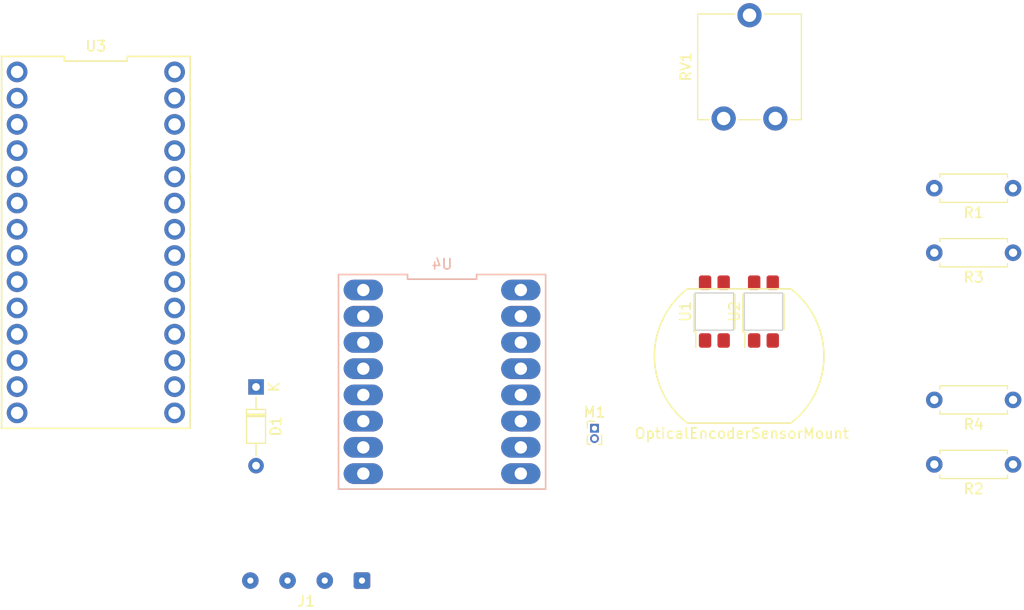
<source format=kicad_pcb>
(kicad_pcb (version 20171130) (host pcbnew 5.1.5+dfsg1-2build2)

  (general
    (thickness 1.6)
    (drawings 5)
    (tracks 0)
    (zones 0)
    (modules 12)
    (nets 18)
  )

  (page A4)
  (layers
    (0 F.Cu signal)
    (31 B.Cu signal)
    (32 B.Adhes user)
    (33 F.Adhes user)
    (34 B.Paste user)
    (35 F.Paste user)
    (36 B.SilkS user)
    (37 F.SilkS user)
    (38 B.Mask user)
    (39 F.Mask user)
    (40 Dwgs.User user)
    (41 Cmts.User user)
    (42 Eco1.User user)
    (43 Eco2.User user)
    (44 Edge.Cuts user)
    (45 Margin user)
    (46 B.CrtYd user)
    (47 F.CrtYd user)
    (48 B.Fab user)
    (49 F.Fab user)
  )

  (setup
    (last_trace_width 0.25)
    (trace_clearance 0.2)
    (zone_clearance 0.508)
    (zone_45_only no)
    (trace_min 0.2)
    (via_size 0.8)
    (via_drill 0.4)
    (via_min_size 0.4)
    (via_min_drill 0.3)
    (uvia_size 0.3)
    (uvia_drill 0.1)
    (uvias_allowed no)
    (uvia_min_size 0.2)
    (uvia_min_drill 0.1)
    (edge_width 0.2)
    (segment_width 0.2)
    (pcb_text_width 0.3)
    (pcb_text_size 1.5 1.5)
    (mod_edge_width 0.15)
    (mod_text_size 1 1)
    (mod_text_width 0.15)
    (pad_size 1.524 1.524)
    (pad_drill 0.762)
    (pad_to_mask_clearance 0.051)
    (solder_mask_min_width 0.25)
    (aux_axis_origin 0 0)
    (visible_elements FFFFFF7F)
    (pcbplotparams
      (layerselection 0x010f0_ffffffff)
      (usegerberextensions false)
      (usegerberattributes false)
      (usegerberadvancedattributes false)
      (creategerberjobfile false)
      (excludeedgelayer true)
      (linewidth 0.100000)
      (plotframeref false)
      (viasonmask false)
      (mode 1)
      (useauxorigin false)
      (hpglpennumber 1)
      (hpglpenspeed 20)
      (hpglpendiameter 15.000000)
      (psnegative false)
      (psa4output false)
      (plotreference true)
      (plotvalue true)
      (plotinvisibletext false)
      (padsonsilk false)
      (subtractmaskfromsilk false)
      (outputformat 1)
      (mirror false)
      (drillshape 0)
      (scaleselection 1)
      (outputdirectory ""))
  )

  (net 0 "")
  (net 1 +3V3)
  (net 2 GND)
  (net 3 +BATT)
  (net 4 "Net-(J1-Pad3)")
  (net 5 "Net-(D1-Pad1)")
  (net 6 "Net-(D1-Pad2)")
  (net 7 +3.3VP)
  (net 8 GNDPWR)
  (net 9 "Net-(M1-Pad2)")
  (net 10 "Net-(M1-Pad1)")
  (net 11 "Net-(R1-Pad2)")
  (net 12 "Net-(R2-Pad2)")
  (net 13 "Net-(R3-Pad2)")
  (net 14 "Net-(R4-Pad2)")
  (net 15 "Net-(RV1-Pad2)")
  (net 16 "Net-(U3-Pad24)")
  (net 17 "Net-(U3-Pad23)")

  (net_class Default "This is the default net class."
    (clearance 0.2)
    (trace_width 0.25)
    (via_dia 0.8)
    (via_drill 0.4)
    (uvia_dia 0.3)
    (uvia_drill 0.1)
    (add_net +3.3VP)
    (add_net +3V3)
    (add_net GND)
    (add_net "Net-(D1-Pad1)")
    (add_net "Net-(D1-Pad2)")
    (add_net "Net-(J1-Pad3)")
    (add_net "Net-(M1-Pad1)")
    (add_net "Net-(M1-Pad2)")
    (add_net "Net-(R1-Pad2)")
    (add_net "Net-(R2-Pad2)")
    (add_net "Net-(R3-Pad2)")
    (add_net "Net-(R4-Pad2)")
    (add_net "Net-(RV1-Pad2)")
    (add_net "Net-(U3-Pad1)")
    (add_net "Net-(U3-Pad10)")
    (add_net "Net-(U3-Pad11)")
    (add_net "Net-(U3-Pad12)")
    (add_net "Net-(U3-Pad13)")
    (add_net "Net-(U3-Pad14)")
    (add_net "Net-(U3-Pad17)")
    (add_net "Net-(U3-Pad18)")
    (add_net "Net-(U3-Pad19)")
    (add_net "Net-(U3-Pad20)")
    (add_net "Net-(U3-Pad21)")
    (add_net "Net-(U3-Pad22)")
    (add_net "Net-(U3-Pad23)")
    (add_net "Net-(U3-Pad24)")
    (add_net "Net-(U3-Pad25)")
    (add_net "Net-(U3-Pad26)")
    (add_net "Net-(U3-Pad3)")
    (add_net "Net-(U3-Pad4)")
    (add_net "Net-(U3-Pad8)")
    (add_net "Net-(U3-Pad9)")
    (add_net "Net-(U4-Pad8)")
    (add_net "Net-(U4-Pad9)")
  )

  (net_class Power ""
    (clearance 0.2)
    (trace_width 2)
    (via_dia 2)
    (via_drill 0.8)
    (uvia_dia 0.3)
    (uvia_drill 0.1)
    (add_net +BATT)
    (add_net GNDPWR)
  )

  (module Connector_Wire:SolderWire-0.1sqmm_1x04_P3.6mm_D0.4mm_OD1mm (layer F.Cu) (tedit 5EB70B42) (tstamp 60805E0C)
    (at 59.5 74 180)
    (descr "Soldered wire connection, for 4 times 0.1 mm² wires, basic insulation, conductor diameter 0.4mm, outer diameter 1mm, size source Multi-Contact FLEXI-E 0.1 (https://ec.staubli.com/AcroFiles/Catalogues/TM_Cab-Main-11014119_(en)_hi.pdf), bend radius 3 times outer diameter, generated with kicad-footprint-generator")
    (tags "connector wire 0.1sqmm")
    (path /5D6AAD2A)
    (attr virtual)
    (fp_text reference J1 (at 5.4 -2) (layer F.SilkS)
      (effects (font (size 1 1) (thickness 0.15)))
    )
    (fp_text value Conn_01x04 (at 5.4 2) (layer F.Fab)
      (effects (font (size 1 1) (thickness 0.15)))
    )
    (fp_text user %R (at 5.4 0 90) (layer F.Fab)
      (effects (font (size 0.65 0.65) (thickness 0.1)))
    )
    (fp_line (start 12.1 -1.3) (end 9.5 -1.3) (layer F.CrtYd) (width 0.05))
    (fp_line (start 12.1 1.3) (end 12.1 -1.3) (layer F.CrtYd) (width 0.05))
    (fp_line (start 9.5 1.3) (end 12.1 1.3) (layer F.CrtYd) (width 0.05))
    (fp_line (start 9.5 -1.3) (end 9.5 1.3) (layer F.CrtYd) (width 0.05))
    (fp_line (start 8.5 -1.3) (end 5.9 -1.3) (layer F.CrtYd) (width 0.05))
    (fp_line (start 8.5 1.3) (end 8.5 -1.3) (layer F.CrtYd) (width 0.05))
    (fp_line (start 5.9 1.3) (end 8.5 1.3) (layer F.CrtYd) (width 0.05))
    (fp_line (start 5.9 -1.3) (end 5.9 1.3) (layer F.CrtYd) (width 0.05))
    (fp_line (start 4.9 -1.3) (end 2.3 -1.3) (layer F.CrtYd) (width 0.05))
    (fp_line (start 4.9 1.3) (end 4.9 -1.3) (layer F.CrtYd) (width 0.05))
    (fp_line (start 2.3 1.3) (end 4.9 1.3) (layer F.CrtYd) (width 0.05))
    (fp_line (start 2.3 -1.3) (end 2.3 1.3) (layer F.CrtYd) (width 0.05))
    (fp_line (start 1.3 -1.3) (end -1.3 -1.3) (layer F.CrtYd) (width 0.05))
    (fp_line (start 1.3 1.3) (end 1.3 -1.3) (layer F.CrtYd) (width 0.05))
    (fp_line (start -1.3 1.3) (end 1.3 1.3) (layer F.CrtYd) (width 0.05))
    (fp_line (start -1.3 -1.3) (end -1.3 1.3) (layer F.CrtYd) (width 0.05))
    (fp_circle (center 10.8 0) (end 11.3 0) (layer F.Fab) (width 0.1))
    (fp_circle (center 7.2 0) (end 7.7 0) (layer F.Fab) (width 0.1))
    (fp_circle (center 3.6 0) (end 4.1 0) (layer F.Fab) (width 0.1))
    (fp_circle (center 0 0) (end 0.5 0) (layer F.Fab) (width 0.1))
    (pad 4 thru_hole circle (at 10.8 0 180) (size 1.6 1.6) (drill 0.6) (layers *.Cu *.Mask)
      (net 6 "Net-(D1-Pad2)"))
    (pad 3 thru_hole circle (at 7.2 0 180) (size 1.6 1.6) (drill 0.6) (layers *.Cu *.Mask)
      (net 4 "Net-(J1-Pad3)"))
    (pad 2 thru_hole circle (at 3.6 0 180) (size 1.6 1.6) (drill 0.6) (layers *.Cu *.Mask)
      (net 8 GNDPWR))
    (pad 1 thru_hole roundrect (at 0 0 180) (size 1.6 1.6) (drill 0.6) (layers *.Cu *.Mask) (roundrect_rratio 0.15625)
      (net 3 +BATT))
    (model ${KISYS3DMOD}/Connector_Wire.3dshapes/SolderWire-0.1sqmm_1x04_P3.6mm_D0.4mm_OD1mm.wrl
      (at (xyz 0 0 0))
      (scale (xyz 1 1 1))
      (rotate (xyz 0 0 0))
    )
  )

  (module Package_DIP:DIP-16_600_ELL (layer B.Cu) (tedit 0) (tstamp 5D6F7094)
    (at 67.25 54.75 270)
    (path /5D66A310)
    (fp_text reference U4 (at -11.39 0 180) (layer B.SilkS)
      (effects (font (size 1 1) (thickness 0.15)) (justify mirror))
    )
    (fp_text value TB6612FNG (at 0 0 270) (layer B.Fab)
      (effects (font (size 1 1) (thickness 0.15)) (justify mirror))
    )
    (fp_line (start -10.55 -10.15) (end -10.55 10.15) (layer B.CrtYd) (width 0.05))
    (fp_line (start 10.55 -10.15) (end -10.55 -10.15) (layer B.CrtYd) (width 0.05))
    (fp_line (start 10.55 10.15) (end 10.55 -10.15) (layer B.CrtYd) (width 0.05))
    (fp_line (start -10.55 10.15) (end 10.55 10.15) (layer B.CrtYd) (width 0.05))
    (fp_line (start -10.39 -3.339999) (end -10.39 -10.02) (layer B.SilkS) (width 0.15))
    (fp_line (start -9.94 -3.339999) (end -10.39 -3.339999) (layer B.SilkS) (width 0.15))
    (fp_line (start -9.94 3.34) (end -9.94 -3.339999) (layer B.SilkS) (width 0.15))
    (fp_line (start -10.39 3.34) (end -9.94 3.34) (layer B.SilkS) (width 0.15))
    (fp_line (start -10.39 10.02) (end -10.39 3.34) (layer B.SilkS) (width 0.15))
    (fp_line (start 10.39 10.02) (end -10.39 10.02) (layer B.SilkS) (width 0.15))
    (fp_line (start 10.39 -10.02) (end 10.39 10.02) (layer B.SilkS) (width 0.15))
    (fp_line (start -10.39 -10.02) (end 10.39 -10.02) (layer B.SilkS) (width 0.15))
    (pad 8 thru_hole oval (at 8.89 -7.62 270) (size 2 3.8) (drill 1.2) (layers *.Cu *.Mask))
    (pad 9 thru_hole oval (at 8.89 7.62 270) (size 2 3.8) (drill 1.2) (layers *.Cu *.Mask))
    (pad 7 thru_hole oval (at 6.35 -7.62 270) (size 2 3.8) (drill 1.2) (layers *.Cu *.Mask)
      (net 9 "Net-(M1-Pad2)"))
    (pad 10 thru_hole oval (at 6.35 7.62 270) (size 2 3.8) (drill 1.2) (layers *.Cu *.Mask)
      (net 7 +3.3VP))
    (pad 6 thru_hole oval (at 3.81 -7.62 270) (size 2 3.8) (drill 1.2) (layers *.Cu *.Mask)
      (net 10 "Net-(M1-Pad1)"))
    (pad 11 thru_hole oval (at 3.81 7.62 270) (size 2 3.8) (drill 1.2) (layers *.Cu *.Mask)
      (net 16 "Net-(U3-Pad24)"))
    (pad 5 thru_hole oval (at 1.27 -7.62 270) (size 2 3.8) (drill 1.2) (layers *.Cu *.Mask)
      (net 10 "Net-(M1-Pad1)"))
    (pad 12 thru_hole oval (at 1.27 7.62 270) (size 2 3.8) (drill 1.2) (layers *.Cu *.Mask)
      (net 17 "Net-(U3-Pad23)"))
    (pad 4 thru_hole oval (at -1.27 -7.62 270) (size 2 3.8) (drill 1.2) (layers *.Cu *.Mask)
      (net 9 "Net-(M1-Pad2)"))
    (pad 13 thru_hole oval (at -1.27 7.62 270) (size 2 3.8) (drill 1.2) (layers *.Cu *.Mask)
      (net 7 +3.3VP))
    (pad 3 thru_hole oval (at -3.81 -7.62 270) (size 2 3.8) (drill 1.2) (layers *.Cu *.Mask)
      (net 8 GNDPWR))
    (pad 14 thru_hole oval (at -3.81 7.62 270) (size 2 3.8) (drill 1.2) (layers *.Cu *.Mask)
      (net 17 "Net-(U3-Pad23)"))
    (pad 2 thru_hole oval (at -6.35 -7.62 270) (size 2 3.8) (drill 1.2) (layers *.Cu *.Mask)
      (net 7 +3.3VP))
    (pad 15 thru_hole oval (at -6.35 7.62 270) (size 2 3.8) (drill 1.2) (layers *.Cu *.Mask)
      (net 16 "Net-(U3-Pad24)"))
    (pad 1 thru_hole oval (at -8.89 -7.62 270) (size 2 3.8) (drill 1.2) (layers *.Cu *.Mask)
      (net 3 +BATT))
    (pad 16 thru_hole oval (at -8.89 7.62 270) (size 2 3.8) (drill 1.2) (layers *.Cu *.Mask)
      (net 7 +3.3VP))
  )

  (module Diode_THT:D_DO-34_SOD68_P7.62mm_Horizontal (layer F.Cu) (tedit 5AE50CD5) (tstamp 5D71020B)
    (at 49.25 55.25 270)
    (descr "Diode, DO-34_SOD68 series, Axial, Horizontal, pin pitch=7.62mm, , length*diameter=3.04*1.6mm^2, , https://www.nxp.com/docs/en/data-sheet/KTY83_SER.pdf")
    (tags "Diode DO-34_SOD68 series Axial Horizontal pin pitch 7.62mm  length 3.04mm diameter 1.6mm")
    (path /5D66F4E1)
    (fp_text reference D1 (at 3.81 -1.92 90) (layer F.SilkS)
      (effects (font (size 1 1) (thickness 0.15)))
    )
    (fp_text value 1N4001 (at 3.81 1.92 90) (layer F.Fab)
      (effects (font (size 1 1) (thickness 0.15)))
    )
    (fp_text user K (at 0 -1.75 90) (layer F.SilkS)
      (effects (font (size 1 1) (thickness 0.15)))
    )
    (fp_text user K (at 0 -1.75 90) (layer F.Fab)
      (effects (font (size 1 1) (thickness 0.15)))
    )
    (fp_text user %R (at 4.038 0 90) (layer F.Fab)
      (effects (font (size 0.608 0.608) (thickness 0.0912)))
    )
    (fp_line (start 8.63 -1.05) (end -1 -1.05) (layer F.CrtYd) (width 0.05))
    (fp_line (start 8.63 1.05) (end 8.63 -1.05) (layer F.CrtYd) (width 0.05))
    (fp_line (start -1 1.05) (end 8.63 1.05) (layer F.CrtYd) (width 0.05))
    (fp_line (start -1 -1.05) (end -1 1.05) (layer F.CrtYd) (width 0.05))
    (fp_line (start 2.626 -0.92) (end 2.626 0.92) (layer F.SilkS) (width 0.12))
    (fp_line (start 2.866 -0.92) (end 2.866 0.92) (layer F.SilkS) (width 0.12))
    (fp_line (start 2.746 -0.92) (end 2.746 0.92) (layer F.SilkS) (width 0.12))
    (fp_line (start 6.63 0) (end 5.45 0) (layer F.SilkS) (width 0.12))
    (fp_line (start 0.99 0) (end 2.17 0) (layer F.SilkS) (width 0.12))
    (fp_line (start 5.45 -0.92) (end 2.17 -0.92) (layer F.SilkS) (width 0.12))
    (fp_line (start 5.45 0.92) (end 5.45 -0.92) (layer F.SilkS) (width 0.12))
    (fp_line (start 2.17 0.92) (end 5.45 0.92) (layer F.SilkS) (width 0.12))
    (fp_line (start 2.17 -0.92) (end 2.17 0.92) (layer F.SilkS) (width 0.12))
    (fp_line (start 2.646 -0.8) (end 2.646 0.8) (layer F.Fab) (width 0.1))
    (fp_line (start 2.846 -0.8) (end 2.846 0.8) (layer F.Fab) (width 0.1))
    (fp_line (start 2.746 -0.8) (end 2.746 0.8) (layer F.Fab) (width 0.1))
    (fp_line (start 7.62 0) (end 5.33 0) (layer F.Fab) (width 0.1))
    (fp_line (start 0 0) (end 2.29 0) (layer F.Fab) (width 0.1))
    (fp_line (start 5.33 -0.8) (end 2.29 -0.8) (layer F.Fab) (width 0.1))
    (fp_line (start 5.33 0.8) (end 5.33 -0.8) (layer F.Fab) (width 0.1))
    (fp_line (start 2.29 0.8) (end 5.33 0.8) (layer F.Fab) (width 0.1))
    (fp_line (start 2.29 -0.8) (end 2.29 0.8) (layer F.Fab) (width 0.1))
    (pad 2 thru_hole oval (at 7.62 0 270) (size 1.5 1.5) (drill 0.75) (layers *.Cu *.Mask)
      (net 6 "Net-(D1-Pad2)"))
    (pad 1 thru_hole rect (at 0 0 270) (size 1.5 1.5) (drill 0.75) (layers *.Cu *.Mask)
      (net 5 "Net-(D1-Pad1)"))
    (model ${KISYS3DMOD}/Diode_THT.3dshapes/D_DO-34_SOD68_P7.62mm_Horizontal.wrl
      (at (xyz 0 0 0))
      (scale (xyz 1 1 1))
      (rotate (xyz 0 0 0))
    )
  )

  (module OptoDevice:Everlight_ITR8307 (layer F.Cu) (tedit 5B870839) (tstamp 60804084)
    (at 98.35 47.95)
    (descr "package for Everlight ITR8307 with PCB cutout, light-direction upwards, see http://www.everlight.com/file/ProductFile/ITR8307.pdf")
    (tags "refective opto couple photo coupler")
    (path /5EEF93BB)
    (attr smd)
    (fp_text reference U2 (at -2.8 0 90) (layer F.SilkS)
      (effects (font (size 1 1) (thickness 0.15)))
    )
    (fp_text value ITR8307 (at 0 4.8) (layer F.Fab)
      (effects (font (size 1 1) (thickness 0.15)))
    )
    (fp_line (start 2.1 3.75) (end -2.1 3.75) (layer F.CrtYd) (width 0.05))
    (fp_line (start 2.1 3.75) (end 2.1 -3.75) (layer F.CrtYd) (width 0.05))
    (fp_line (start -2.1 -3.75) (end -2.1 3.75) (layer F.CrtYd) (width 0.05))
    (fp_line (start -2.1 -3.75) (end 2.1 -3.75) (layer F.CrtYd) (width 0.05))
    (fp_line (start 1.6 -1.3) (end 1.6 1.3) (layer F.Fab) (width 0.1))
    (fp_line (start 1.6 1.3) (end -1.6 1.3) (layer F.Fab) (width 0.1))
    (fp_line (start -1.6 1.3) (end -1.6 -0.8) (layer F.Fab) (width 0.1))
    (fp_line (start -1.1 -1.3) (end 1.6 -1.3) (layer F.Fab) (width 0.1))
    (fp_line (start -1.6 -0.8) (end -1.1 -1.3) (layer F.Fab) (width 0.1))
    (fp_line (start 0.5 1.3) (end 0.5 3.4) (layer F.Fab) (width 0.1))
    (fp_line (start 0.5 3.4) (end 1.3 3.4) (layer F.Fab) (width 0.1))
    (fp_line (start 1.3 3.4) (end 1.3 1.3) (layer F.Fab) (width 0.1))
    (fp_line (start -0.5 1.3) (end -0.5 3.4) (layer F.Fab) (width 0.1))
    (fp_line (start -0.5 3.4) (end -1.3 3.4) (layer F.Fab) (width 0.1))
    (fp_line (start -1.3 3.4) (end -1.3 1.3) (layer F.Fab) (width 0.1))
    (fp_line (start -1.3 -3.3) (end -1.3 -1.1) (layer F.Fab) (width 0.1))
    (fp_line (start -1.3 -3.3) (end -0.5 -3.3) (layer F.Fab) (width 0.1))
    (fp_line (start -0.5 -3.3) (end -0.5 -1.3) (layer F.Fab) (width 0.1))
    (fp_line (start 0.5 -1.3) (end 0.5 -3.3) (layer F.Fab) (width 0.1))
    (fp_line (start 0.5 -3.3) (end 1.3 -3.3) (layer F.Fab) (width 0.1))
    (fp_line (start 1.3 -3.3) (end 1.3 -1.3) (layer F.Fab) (width 0.1))
    (fp_line (start -1.85 1.8) (end -1.85 -1.8) (layer Edge.Cuts) (width 0.12))
    (fp_line (start -1.85 -1.8) (end 1.85 -1.8) (layer Edge.Cuts) (width 0.12))
    (fp_line (start 1.85 -1.8) (end 1.85 1.8) (layer Edge.Cuts) (width 0.12))
    (fp_line (start 1.85 1.8) (end -1.85 1.8) (layer Edge.Cuts) (width 0.12))
    (fp_line (start -2 1.95) (end -2 -1.7) (layer F.SilkS) (width 0.12))
    (fp_line (start -2 1.95) (end -1.8 1.95) (layer F.SilkS) (width 0.12))
    (fp_line (start -1.8 3.5) (end -1.8 1.95) (layer F.SilkS) (width 0.12))
    (fp_line (start 2 1.7) (end 2 -1.7) (layer F.SilkS) (width 0.12))
    (fp_text user %R (at 0 0.2) (layer F.Fab)
      (effects (font (size 0.75 0.75) (thickness 0.15)))
    )
    (pad 4 smd roundrect (at 0.9 -2.8) (size 1.2 1.4) (layers F.Cu F.Paste F.Mask) (roundrect_rratio 0.2)
      (net 2 GND))
    (pad 2 smd roundrect (at -0.9 -2.8) (size 1.2 1.4) (layers F.Cu F.Paste F.Mask) (roundrect_rratio 0.2)
      (net 13 "Net-(R3-Pad2)"))
    (pad 1 smd roundrect (at -0.9 2.8) (size 1.2 1.4) (layers F.Cu F.Paste F.Mask) (roundrect_rratio 0.2)
      (net 2 GND))
    (pad 3 smd roundrect (at 0.9 2.8) (size 1.2 1.4) (layers F.Cu F.Paste F.Mask) (roundrect_rratio 0.2)
      (net 14 "Net-(R4-Pad2)"))
    (model ${KISYS3DMOD}/OptoDevice.3dshapes/Everlight_ITR8307.wrl
      (at (xyz 0 0 0))
      (scale (xyz 1 1 1))
      (rotate (xyz 0 0 0))
    )
  )

  (module OptoDevice:Everlight_ITR8307 (layer F.Cu) (tedit 5B870839) (tstamp 6080405E)
    (at 93.6 47.95)
    (descr "package for Everlight ITR8307 with PCB cutout, light-direction upwards, see http://www.everlight.com/file/ProductFile/ITR8307.pdf")
    (tags "refective opto couple photo coupler")
    (path /5EEF8A34)
    (attr smd)
    (fp_text reference U1 (at -2.8 0 90) (layer F.SilkS)
      (effects (font (size 1 1) (thickness 0.15)))
    )
    (fp_text value ITR8307 (at 0 4.8) (layer F.Fab)
      (effects (font (size 1 1) (thickness 0.15)))
    )
    (fp_line (start 2.1 3.75) (end -2.1 3.75) (layer F.CrtYd) (width 0.05))
    (fp_line (start 2.1 3.75) (end 2.1 -3.75) (layer F.CrtYd) (width 0.05))
    (fp_line (start -2.1 -3.75) (end -2.1 3.75) (layer F.CrtYd) (width 0.05))
    (fp_line (start -2.1 -3.75) (end 2.1 -3.75) (layer F.CrtYd) (width 0.05))
    (fp_line (start 1.6 -1.3) (end 1.6 1.3) (layer F.Fab) (width 0.1))
    (fp_line (start 1.6 1.3) (end -1.6 1.3) (layer F.Fab) (width 0.1))
    (fp_line (start -1.6 1.3) (end -1.6 -0.8) (layer F.Fab) (width 0.1))
    (fp_line (start -1.1 -1.3) (end 1.6 -1.3) (layer F.Fab) (width 0.1))
    (fp_line (start -1.6 -0.8) (end -1.1 -1.3) (layer F.Fab) (width 0.1))
    (fp_line (start 0.5 1.3) (end 0.5 3.4) (layer F.Fab) (width 0.1))
    (fp_line (start 0.5 3.4) (end 1.3 3.4) (layer F.Fab) (width 0.1))
    (fp_line (start 1.3 3.4) (end 1.3 1.3) (layer F.Fab) (width 0.1))
    (fp_line (start -0.5 1.3) (end -0.5 3.4) (layer F.Fab) (width 0.1))
    (fp_line (start -0.5 3.4) (end -1.3 3.4) (layer F.Fab) (width 0.1))
    (fp_line (start -1.3 3.4) (end -1.3 1.3) (layer F.Fab) (width 0.1))
    (fp_line (start -1.3 -3.3) (end -1.3 -1.1) (layer F.Fab) (width 0.1))
    (fp_line (start -1.3 -3.3) (end -0.5 -3.3) (layer F.Fab) (width 0.1))
    (fp_line (start -0.5 -3.3) (end -0.5 -1.3) (layer F.Fab) (width 0.1))
    (fp_line (start 0.5 -1.3) (end 0.5 -3.3) (layer F.Fab) (width 0.1))
    (fp_line (start 0.5 -3.3) (end 1.3 -3.3) (layer F.Fab) (width 0.1))
    (fp_line (start 1.3 -3.3) (end 1.3 -1.3) (layer F.Fab) (width 0.1))
    (fp_line (start -1.85 1.8) (end -1.85 -1.8) (layer Edge.Cuts) (width 0.12))
    (fp_line (start -1.85 -1.8) (end 1.85 -1.8) (layer Edge.Cuts) (width 0.12))
    (fp_line (start 1.85 -1.8) (end 1.85 1.8) (layer Edge.Cuts) (width 0.12))
    (fp_line (start 1.85 1.8) (end -1.85 1.8) (layer Edge.Cuts) (width 0.12))
    (fp_line (start -2 1.95) (end -2 -1.7) (layer F.SilkS) (width 0.12))
    (fp_line (start -2 1.95) (end -1.8 1.95) (layer F.SilkS) (width 0.12))
    (fp_line (start -1.8 3.5) (end -1.8 1.95) (layer F.SilkS) (width 0.12))
    (fp_line (start 2 1.7) (end 2 -1.7) (layer F.SilkS) (width 0.12))
    (fp_text user %R (at 0 0.2) (layer F.Fab)
      (effects (font (size 0.75 0.75) (thickness 0.15)))
    )
    (pad 4 smd roundrect (at 0.9 -2.8) (size 1.2 1.4) (layers F.Cu F.Paste F.Mask) (roundrect_rratio 0.2)
      (net 2 GND))
    (pad 2 smd roundrect (at -0.9 -2.8) (size 1.2 1.4) (layers F.Cu F.Paste F.Mask) (roundrect_rratio 0.2)
      (net 11 "Net-(R1-Pad2)"))
    (pad 1 smd roundrect (at -0.9 2.8) (size 1.2 1.4) (layers F.Cu F.Paste F.Mask) (roundrect_rratio 0.2)
      (net 2 GND))
    (pad 3 smd roundrect (at 0.9 2.8) (size 1.2 1.4) (layers F.Cu F.Paste F.Mask) (roundrect_rratio 0.2)
      (net 12 "Net-(R2-Pad2)"))
    (model ${KISYS3DMOD}/OptoDevice.3dshapes/Everlight_ITR8307.wrl
      (at (xyz 0 0 0))
      (scale (xyz 1 1 1))
      (rotate (xyz 0 0 0))
    )
  )

  (module Potentiometer_THT:Potentiometer_ACP_CA9-V10_Vertical (layer F.Cu) (tedit 5A3D4994) (tstamp 60804038)
    (at 99.5 29.25 90)
    (descr "Potentiometer, vertical, ACP CA9-V10, http://www.acptechnologies.com/wp-content/uploads/2017/05/02-ACP-CA9-CE9.pdf")
    (tags "Potentiometer vertical ACP CA9-V10")
    (path /60A109E5)
    (fp_text reference RV1 (at 5 -8.65 90) (layer F.SilkS)
      (effects (font (size 1 1) (thickness 0.15)))
    )
    (fp_text value R_Potentiometer (at 5 3.65 90) (layer F.Fab)
      (effects (font (size 1 1) (thickness 0.15)))
    )
    (fp_text user %R (at 1 -2.5) (layer F.Fab)
      (effects (font (size 1 1) (thickness 0.15)))
    )
    (fp_line (start 11.45 -7.65) (end -1.45 -7.65) (layer F.CrtYd) (width 0.05))
    (fp_line (start 11.45 2.7) (end 11.45 -7.65) (layer F.CrtYd) (width 0.05))
    (fp_line (start -1.45 2.7) (end 11.45 2.7) (layer F.CrtYd) (width 0.05))
    (fp_line (start -1.45 -7.65) (end -1.45 2.7) (layer F.CrtYd) (width 0.05))
    (fp_line (start 10.12 -1.075) (end 10.12 2.52) (layer F.SilkS) (width 0.12))
    (fp_line (start 10.12 -7.521) (end 10.12 -3.925) (layer F.SilkS) (width 0.12))
    (fp_line (start -0.12 1.425) (end -0.12 2.52) (layer F.SilkS) (width 0.12))
    (fp_line (start -0.12 -3.574) (end -0.12 -1.425) (layer F.SilkS) (width 0.12))
    (fp_line (start -0.12 -7.521) (end -0.12 -6.426) (layer F.SilkS) (width 0.12))
    (fp_line (start -0.12 2.52) (end 10.12 2.52) (layer F.SilkS) (width 0.12))
    (fp_line (start -0.12 -7.521) (end 10.12 -7.521) (layer F.SilkS) (width 0.12))
    (fp_line (start 10 -7.4) (end 0 -7.4) (layer F.Fab) (width 0.1))
    (fp_line (start 10 2.4) (end 10 -7.4) (layer F.Fab) (width 0.1))
    (fp_line (start 0 2.4) (end 10 2.4) (layer F.Fab) (width 0.1))
    (fp_line (start 0 -7.4) (end 0 2.4) (layer F.Fab) (width 0.1))
    (fp_circle (center 5 -2.5) (end 6.05 -2.5) (layer F.Fab) (width 0.1))
    (pad 1 thru_hole circle (at 0 0 90) (size 2.34 2.34) (drill 1.3) (layers *.Cu *.Mask)
      (net 1 +3V3))
    (pad 2 thru_hole circle (at 10 -2.5 90) (size 2.34 2.34) (drill 1.3) (layers *.Cu *.Mask)
      (net 15 "Net-(RV1-Pad2)"))
    (pad 3 thru_hole circle (at 0 -5 90) (size 2.34 2.34) (drill 1.3) (layers *.Cu *.Mask)
      (net 2 GND))
    (model ${KISYS3DMOD}/Potentiometer_THT.3dshapes/Potentiometer_ACP_CA9-V10_Vertical.wrl
      (at (xyz 0 0 0))
      (scale (xyz 1 1 1))
      (rotate (xyz 0 0 0))
    )
  )

  (module Resistor_THT:R_Axial_DIN0207_L6.3mm_D2.5mm_P7.62mm_Horizontal (layer F.Cu) (tedit 5AE5139B) (tstamp 608044B8)
    (at 122.5 56.5 180)
    (descr "Resistor, Axial_DIN0207 series, Axial, Horizontal, pin pitch=7.62mm, 0.25W = 1/4W, length*diameter=6.3*2.5mm^2, http://cdn-reichelt.de/documents/datenblatt/B400/1_4W%23YAG.pdf")
    (tags "Resistor Axial_DIN0207 series Axial Horizontal pin pitch 7.62mm 0.25W = 1/4W length 6.3mm diameter 2.5mm")
    (path /5EF000F1)
    (fp_text reference R4 (at 3.81 -2.37) (layer F.SilkS)
      (effects (font (size 1 1) (thickness 0.15)))
    )
    (fp_text value 6.8K (at 3.81 2.37) (layer F.Fab)
      (effects (font (size 1 1) (thickness 0.15)))
    )
    (fp_text user %R (at 3.81 0) (layer F.Fab)
      (effects (font (size 1 1) (thickness 0.15)))
    )
    (fp_line (start 8.67 -1.5) (end -1.05 -1.5) (layer F.CrtYd) (width 0.05))
    (fp_line (start 8.67 1.5) (end 8.67 -1.5) (layer F.CrtYd) (width 0.05))
    (fp_line (start -1.05 1.5) (end 8.67 1.5) (layer F.CrtYd) (width 0.05))
    (fp_line (start -1.05 -1.5) (end -1.05 1.5) (layer F.CrtYd) (width 0.05))
    (fp_line (start 7.08 1.37) (end 7.08 1.04) (layer F.SilkS) (width 0.12))
    (fp_line (start 0.54 1.37) (end 7.08 1.37) (layer F.SilkS) (width 0.12))
    (fp_line (start 0.54 1.04) (end 0.54 1.37) (layer F.SilkS) (width 0.12))
    (fp_line (start 7.08 -1.37) (end 7.08 -1.04) (layer F.SilkS) (width 0.12))
    (fp_line (start 0.54 -1.37) (end 7.08 -1.37) (layer F.SilkS) (width 0.12))
    (fp_line (start 0.54 -1.04) (end 0.54 -1.37) (layer F.SilkS) (width 0.12))
    (fp_line (start 7.62 0) (end 6.96 0) (layer F.Fab) (width 0.1))
    (fp_line (start 0 0) (end 0.66 0) (layer F.Fab) (width 0.1))
    (fp_line (start 6.96 -1.25) (end 0.66 -1.25) (layer F.Fab) (width 0.1))
    (fp_line (start 6.96 1.25) (end 6.96 -1.25) (layer F.Fab) (width 0.1))
    (fp_line (start 0.66 1.25) (end 6.96 1.25) (layer F.Fab) (width 0.1))
    (fp_line (start 0.66 -1.25) (end 0.66 1.25) (layer F.Fab) (width 0.1))
    (pad 2 thru_hole oval (at 7.62 0 180) (size 1.6 1.6) (drill 0.8) (layers *.Cu *.Mask)
      (net 14 "Net-(R4-Pad2)"))
    (pad 1 thru_hole circle (at 0 0 180) (size 1.6 1.6) (drill 0.8) (layers *.Cu *.Mask)
      (net 1 +3V3))
    (model ${KISYS3DMOD}/Resistor_THT.3dshapes/R_Axial_DIN0207_L6.3mm_D2.5mm_P7.62mm_Horizontal.wrl
      (at (xyz 0 0 0))
      (scale (xyz 1 1 1))
      (rotate (xyz 0 0 0))
    )
  )

  (module Resistor_THT:R_Axial_DIN0207_L6.3mm_D2.5mm_P7.62mm_Horizontal (layer F.Cu) (tedit 5AE5139B) (tstamp 60804009)
    (at 122.5 42.25 180)
    (descr "Resistor, Axial_DIN0207 series, Axial, Horizontal, pin pitch=7.62mm, 0.25W = 1/4W, length*diameter=6.3*2.5mm^2, http://cdn-reichelt.de/documents/datenblatt/B400/1_4W%23YAG.pdf")
    (tags "Resistor Axial_DIN0207 series Axial Horizontal pin pitch 7.62mm 0.25W = 1/4W length 6.3mm diameter 2.5mm")
    (path /5EEFFEA8)
    (fp_text reference R3 (at 3.81 -2.37) (layer F.SilkS)
      (effects (font (size 1 1) (thickness 0.15)))
    )
    (fp_text value 120 (at 3.81 2.37) (layer F.Fab)
      (effects (font (size 1 1) (thickness 0.15)))
    )
    (fp_text user %R (at 3.81 0) (layer F.Fab)
      (effects (font (size 1 1) (thickness 0.15)))
    )
    (fp_line (start 8.67 -1.5) (end -1.05 -1.5) (layer F.CrtYd) (width 0.05))
    (fp_line (start 8.67 1.5) (end 8.67 -1.5) (layer F.CrtYd) (width 0.05))
    (fp_line (start -1.05 1.5) (end 8.67 1.5) (layer F.CrtYd) (width 0.05))
    (fp_line (start -1.05 -1.5) (end -1.05 1.5) (layer F.CrtYd) (width 0.05))
    (fp_line (start 7.08 1.37) (end 7.08 1.04) (layer F.SilkS) (width 0.12))
    (fp_line (start 0.54 1.37) (end 7.08 1.37) (layer F.SilkS) (width 0.12))
    (fp_line (start 0.54 1.04) (end 0.54 1.37) (layer F.SilkS) (width 0.12))
    (fp_line (start 7.08 -1.37) (end 7.08 -1.04) (layer F.SilkS) (width 0.12))
    (fp_line (start 0.54 -1.37) (end 7.08 -1.37) (layer F.SilkS) (width 0.12))
    (fp_line (start 0.54 -1.04) (end 0.54 -1.37) (layer F.SilkS) (width 0.12))
    (fp_line (start 7.62 0) (end 6.96 0) (layer F.Fab) (width 0.1))
    (fp_line (start 0 0) (end 0.66 0) (layer F.Fab) (width 0.1))
    (fp_line (start 6.96 -1.25) (end 0.66 -1.25) (layer F.Fab) (width 0.1))
    (fp_line (start 6.96 1.25) (end 6.96 -1.25) (layer F.Fab) (width 0.1))
    (fp_line (start 0.66 1.25) (end 6.96 1.25) (layer F.Fab) (width 0.1))
    (fp_line (start 0.66 -1.25) (end 0.66 1.25) (layer F.Fab) (width 0.1))
    (pad 2 thru_hole oval (at 7.62 0 180) (size 1.6 1.6) (drill 0.8) (layers *.Cu *.Mask)
      (net 13 "Net-(R3-Pad2)"))
    (pad 1 thru_hole circle (at 0 0 180) (size 1.6 1.6) (drill 0.8) (layers *.Cu *.Mask)
      (net 1 +3V3))
    (model ${KISYS3DMOD}/Resistor_THT.3dshapes/R_Axial_DIN0207_L6.3mm_D2.5mm_P7.62mm_Horizontal.wrl
      (at (xyz 0 0 0))
      (scale (xyz 1 1 1))
      (rotate (xyz 0 0 0))
    )
  )

  (module Resistor_THT:R_Axial_DIN0207_L6.3mm_D2.5mm_P7.62mm_Horizontal (layer F.Cu) (tedit 5AE5139B) (tstamp 60803FF2)
    (at 122.5 62.75 180)
    (descr "Resistor, Axial_DIN0207 series, Axial, Horizontal, pin pitch=7.62mm, 0.25W = 1/4W, length*diameter=6.3*2.5mm^2, http://cdn-reichelt.de/documents/datenblatt/B400/1_4W%23YAG.pdf")
    (tags "Resistor Axial_DIN0207 series Axial Horizontal pin pitch 7.62mm 0.25W = 1/4W length 6.3mm diameter 2.5mm")
    (path /5EEFF9B5)
    (fp_text reference R2 (at 3.81 -2.37) (layer F.SilkS)
      (effects (font (size 1 1) (thickness 0.15)))
    )
    (fp_text value 1.5K (at 3.81 2.37) (layer F.Fab)
      (effects (font (size 1 1) (thickness 0.15)))
    )
    (fp_text user %R (at 3.81 0) (layer F.Fab)
      (effects (font (size 1 1) (thickness 0.15)))
    )
    (fp_line (start 8.67 -1.5) (end -1.05 -1.5) (layer F.CrtYd) (width 0.05))
    (fp_line (start 8.67 1.5) (end 8.67 -1.5) (layer F.CrtYd) (width 0.05))
    (fp_line (start -1.05 1.5) (end 8.67 1.5) (layer F.CrtYd) (width 0.05))
    (fp_line (start -1.05 -1.5) (end -1.05 1.5) (layer F.CrtYd) (width 0.05))
    (fp_line (start 7.08 1.37) (end 7.08 1.04) (layer F.SilkS) (width 0.12))
    (fp_line (start 0.54 1.37) (end 7.08 1.37) (layer F.SilkS) (width 0.12))
    (fp_line (start 0.54 1.04) (end 0.54 1.37) (layer F.SilkS) (width 0.12))
    (fp_line (start 7.08 -1.37) (end 7.08 -1.04) (layer F.SilkS) (width 0.12))
    (fp_line (start 0.54 -1.37) (end 7.08 -1.37) (layer F.SilkS) (width 0.12))
    (fp_line (start 0.54 -1.04) (end 0.54 -1.37) (layer F.SilkS) (width 0.12))
    (fp_line (start 7.62 0) (end 6.96 0) (layer F.Fab) (width 0.1))
    (fp_line (start 0 0) (end 0.66 0) (layer F.Fab) (width 0.1))
    (fp_line (start 6.96 -1.25) (end 0.66 -1.25) (layer F.Fab) (width 0.1))
    (fp_line (start 6.96 1.25) (end 6.96 -1.25) (layer F.Fab) (width 0.1))
    (fp_line (start 0.66 1.25) (end 6.96 1.25) (layer F.Fab) (width 0.1))
    (fp_line (start 0.66 -1.25) (end 0.66 1.25) (layer F.Fab) (width 0.1))
    (pad 2 thru_hole oval (at 7.62 0 180) (size 1.6 1.6) (drill 0.8) (layers *.Cu *.Mask)
      (net 12 "Net-(R2-Pad2)"))
    (pad 1 thru_hole circle (at 0 0 180) (size 1.6 1.6) (drill 0.8) (layers *.Cu *.Mask)
      (net 1 +3V3))
    (model ${KISYS3DMOD}/Resistor_THT.3dshapes/R_Axial_DIN0207_L6.3mm_D2.5mm_P7.62mm_Horizontal.wrl
      (at (xyz 0 0 0))
      (scale (xyz 1 1 1))
      (rotate (xyz 0 0 0))
    )
  )

  (module Resistor_THT:R_Axial_DIN0207_L6.3mm_D2.5mm_P7.62mm_Horizontal (layer F.Cu) (tedit 5AE5139B) (tstamp 60804740)
    (at 122.5 36 180)
    (descr "Resistor, Axial_DIN0207 series, Axial, Horizontal, pin pitch=7.62mm, 0.25W = 1/4W, length*diameter=6.3*2.5mm^2, http://cdn-reichelt.de/documents/datenblatt/B400/1_4W%23YAG.pdf")
    (tags "Resistor Axial_DIN0207 series Axial Horizontal pin pitch 7.62mm 0.25W = 1/4W length 6.3mm diameter 2.5mm")
    (path /5EEFDC57)
    (fp_text reference R1 (at 3.81 -2.37) (layer F.SilkS)
      (effects (font (size 1 1) (thickness 0.15)))
    )
    (fp_text value 120 (at 3.81 2.37) (layer F.Fab)
      (effects (font (size 1 1) (thickness 0.15)))
    )
    (fp_text user %R (at 3.81 0) (layer F.Fab)
      (effects (font (size 1 1) (thickness 0.15)))
    )
    (fp_line (start 8.67 -1.5) (end -1.05 -1.5) (layer F.CrtYd) (width 0.05))
    (fp_line (start 8.67 1.5) (end 8.67 -1.5) (layer F.CrtYd) (width 0.05))
    (fp_line (start -1.05 1.5) (end 8.67 1.5) (layer F.CrtYd) (width 0.05))
    (fp_line (start -1.05 -1.5) (end -1.05 1.5) (layer F.CrtYd) (width 0.05))
    (fp_line (start 7.08 1.37) (end 7.08 1.04) (layer F.SilkS) (width 0.12))
    (fp_line (start 0.54 1.37) (end 7.08 1.37) (layer F.SilkS) (width 0.12))
    (fp_line (start 0.54 1.04) (end 0.54 1.37) (layer F.SilkS) (width 0.12))
    (fp_line (start 7.08 -1.37) (end 7.08 -1.04) (layer F.SilkS) (width 0.12))
    (fp_line (start 0.54 -1.37) (end 7.08 -1.37) (layer F.SilkS) (width 0.12))
    (fp_line (start 0.54 -1.04) (end 0.54 -1.37) (layer F.SilkS) (width 0.12))
    (fp_line (start 7.62 0) (end 6.96 0) (layer F.Fab) (width 0.1))
    (fp_line (start 0 0) (end 0.66 0) (layer F.Fab) (width 0.1))
    (fp_line (start 6.96 -1.25) (end 0.66 -1.25) (layer F.Fab) (width 0.1))
    (fp_line (start 6.96 1.25) (end 6.96 -1.25) (layer F.Fab) (width 0.1))
    (fp_line (start 0.66 1.25) (end 6.96 1.25) (layer F.Fab) (width 0.1))
    (fp_line (start 0.66 -1.25) (end 0.66 1.25) (layer F.Fab) (width 0.1))
    (pad 2 thru_hole oval (at 7.62 0 180) (size 1.6 1.6) (drill 0.8) (layers *.Cu *.Mask)
      (net 11 "Net-(R1-Pad2)"))
    (pad 1 thru_hole circle (at 0 0 180) (size 1.6 1.6) (drill 0.8) (layers *.Cu *.Mask)
      (net 1 +3V3))
    (model ${KISYS3DMOD}/Resistor_THT.3dshapes/R_Axial_DIN0207_L6.3mm_D2.5mm_P7.62mm_Horizontal.wrl
      (at (xyz 0 0 0))
      (scale (xyz 1 1 1))
      (rotate (xyz 0 0 0))
    )
  )

  (module Connector_PinHeader_1.00mm:PinHeader_1x02_P1.00mm_Vertical (layer F.Cu) (tedit 59FED738) (tstamp 60804338)
    (at 82 59.25)
    (descr "Through hole straight pin header, 1x02, 1.00mm pitch, single row")
    (tags "Through hole pin header THT 1x02 1.00mm single row")
    (path /608D6566)
    (fp_text reference M1 (at 0 -1.56) (layer F.SilkS)
      (effects (font (size 1 1) (thickness 0.15)))
    )
    (fp_text value Motor_DC (at 0 2.56) (layer F.Fab)
      (effects (font (size 1 1) (thickness 0.15)))
    )
    (fp_text user %R (at 0 0.5 90) (layer F.Fab)
      (effects (font (size 0.76 0.76) (thickness 0.114)))
    )
    (fp_line (start 1.15 -1) (end -1.15 -1) (layer F.CrtYd) (width 0.05))
    (fp_line (start 1.15 2) (end 1.15 -1) (layer F.CrtYd) (width 0.05))
    (fp_line (start -1.15 2) (end 1.15 2) (layer F.CrtYd) (width 0.05))
    (fp_line (start -1.15 -1) (end -1.15 2) (layer F.CrtYd) (width 0.05))
    (fp_line (start -0.695 -0.685) (end 0 -0.685) (layer F.SilkS) (width 0.12))
    (fp_line (start -0.695 0) (end -0.695 -0.685) (layer F.SilkS) (width 0.12))
    (fp_line (start 0.608276 0.685) (end 0.695 0.685) (layer F.SilkS) (width 0.12))
    (fp_line (start -0.695 0.685) (end -0.608276 0.685) (layer F.SilkS) (width 0.12))
    (fp_line (start 0.695 0.685) (end 0.695 1.56) (layer F.SilkS) (width 0.12))
    (fp_line (start -0.695 0.685) (end -0.695 1.56) (layer F.SilkS) (width 0.12))
    (fp_line (start 0.394493 1.56) (end 0.695 1.56) (layer F.SilkS) (width 0.12))
    (fp_line (start -0.695 1.56) (end -0.394493 1.56) (layer F.SilkS) (width 0.12))
    (fp_line (start -0.635 -0.1825) (end -0.3175 -0.5) (layer F.Fab) (width 0.1))
    (fp_line (start -0.635 1.5) (end -0.635 -0.1825) (layer F.Fab) (width 0.1))
    (fp_line (start 0.635 1.5) (end -0.635 1.5) (layer F.Fab) (width 0.1))
    (fp_line (start 0.635 -0.5) (end 0.635 1.5) (layer F.Fab) (width 0.1))
    (fp_line (start -0.3175 -0.5) (end 0.635 -0.5) (layer F.Fab) (width 0.1))
    (pad 2 thru_hole oval (at 0 1) (size 0.85 0.85) (drill 0.5) (layers *.Cu *.Mask)
      (net 9 "Net-(M1-Pad2)"))
    (pad 1 thru_hole rect (at 0 0) (size 0.85 0.85) (drill 0.5) (layers *.Cu *.Mask)
      (net 10 "Net-(M1-Pad1)"))
    (model ${KISYS3DMOD}/Connector_PinHeader_1.00mm.3dshapes/PinHeader_1x02_P1.00mm_Vertical.wrl
      (at (xyz 0 0 0))
      (scale (xyz 1 1 1))
      (rotate (xyz 0 0 0))
    )
  )

  (module Package_DIP:DIP-28_600 (layer F.Cu) (tedit 0) (tstamp 5D6F7074)
    (at 33.75 41.25 270)
    (path /5D6691BB)
    (fp_text reference U3 (at -19.01 0) (layer F.SilkS)
      (effects (font (size 1 1) (thickness 0.15)))
    )
    (fp_text value Itsybitsy (at 0 0 270) (layer F.Fab)
      (effects (font (size 1 1) (thickness 0.15)))
    )
    (fp_line (start -18.01 9.119999) (end 18.01 9.12) (layer F.SilkS) (width 0.15))
    (fp_line (start 18.01 9.12) (end 18.01 -9.119999) (layer F.SilkS) (width 0.15))
    (fp_line (start 18.01 -9.119999) (end -18.01 -9.12) (layer F.SilkS) (width 0.15))
    (fp_line (start -18.01 -9.12) (end -18.01 -3.04) (layer F.SilkS) (width 0.15))
    (fp_line (start -18.01 -3.04) (end -17.56 -3.04) (layer F.SilkS) (width 0.15))
    (fp_line (start -17.56 -3.04) (end -17.56 3.039999) (layer F.SilkS) (width 0.15))
    (fp_line (start -17.56 3.039999) (end -18.01 3.039999) (layer F.SilkS) (width 0.15))
    (fp_line (start -18.01 3.039999) (end -18.01 9.119999) (layer F.SilkS) (width 0.15))
    (fp_line (start -18.15 -9.25) (end 18.15 -9.25) (layer F.CrtYd) (width 0.05))
    (fp_line (start 18.15 -9.25) (end 18.15 9.25) (layer F.CrtYd) (width 0.05))
    (fp_line (start 18.15 9.25) (end -18.15 9.25) (layer F.CrtYd) (width 0.05))
    (fp_line (start -18.15 9.25) (end -18.15 -9.25) (layer F.CrtYd) (width 0.05))
    (pad 28 thru_hole circle (at -16.51 -7.62 270) (size 2 2) (drill 1.2) (layers *.Cu *.Mask)
      (net 3 +BATT))
    (pad 1 thru_hole circle (at -16.51 7.62 270) (size 2 2) (drill 1.2) (layers *.Cu *.Mask))
    (pad 27 thru_hole circle (at -13.97 -7.62 270) (size 2 2) (drill 1.2) (layers *.Cu *.Mask)
      (net 8 GNDPWR))
    (pad 2 thru_hole circle (at -13.97 7.62 270) (size 2 2) (drill 1.2) (layers *.Cu *.Mask)
      (net 3 +BATT))
    (pad 26 thru_hole circle (at -11.43 -7.62 270) (size 2 2) (drill 1.2) (layers *.Cu *.Mask))
    (pad 3 thru_hole circle (at -11.43 7.62 270) (size 2 2) (drill 1.2) (layers *.Cu *.Mask))
    (pad 25 thru_hole circle (at -8.89 -7.62 270) (size 2 2) (drill 1.2) (layers *.Cu *.Mask))
    (pad 4 thru_hole circle (at -8.89 7.62 270) (size 2 2) (drill 1.2) (layers *.Cu *.Mask))
    (pad 24 thru_hole circle (at -6.35 -7.62 270) (size 2 2) (drill 1.2) (layers *.Cu *.Mask)
      (net 16 "Net-(U3-Pad24)"))
    (pad 5 thru_hole circle (at -6.35 7.62 270) (size 2 2) (drill 1.2) (layers *.Cu *.Mask)
      (net 15 "Net-(RV1-Pad2)"))
    (pad 23 thru_hole circle (at -3.81 -7.62 270) (size 2 2) (drill 1.2) (layers *.Cu *.Mask)
      (net 17 "Net-(U3-Pad23)"))
    (pad 6 thru_hole circle (at -3.81 7.62 270) (size 2 2) (drill 1.2) (layers *.Cu *.Mask)
      (net 12 "Net-(R2-Pad2)"))
    (pad 22 thru_hole circle (at -1.27 -7.62 270) (size 2 2) (drill 1.2) (layers *.Cu *.Mask))
    (pad 7 thru_hole circle (at -1.27 7.62 270) (size 2 2) (drill 1.2) (layers *.Cu *.Mask)
      (net 14 "Net-(R4-Pad2)"))
    (pad 21 thru_hole circle (at 1.27 -7.62 270) (size 2 2) (drill 1.2) (layers *.Cu *.Mask))
    (pad 8 thru_hole circle (at 1.27 7.62 270) (size 2 2) (drill 1.2) (layers *.Cu *.Mask))
    (pad 20 thru_hole circle (at 3.81 -7.62 270) (size 2 2) (drill 1.2) (layers *.Cu *.Mask))
    (pad 9 thru_hole circle (at 3.81 7.62 270) (size 2 2) (drill 1.2) (layers *.Cu *.Mask))
    (pad 19 thru_hole circle (at 6.35 -7.62 270) (size 2 2) (drill 1.2) (layers *.Cu *.Mask))
    (pad 10 thru_hole circle (at 6.35 7.62 270) (size 2 2) (drill 1.2) (layers *.Cu *.Mask))
    (pad 18 thru_hole circle (at 8.89 -7.62 270) (size 2 2) (drill 1.2) (layers *.Cu *.Mask))
    (pad 11 thru_hole circle (at 8.89 7.62 270) (size 2 2) (drill 1.2) (layers *.Cu *.Mask))
    (pad 17 thru_hole circle (at 11.43 -7.62 270) (size 2 2) (drill 1.2) (layers *.Cu *.Mask))
    (pad 12 thru_hole circle (at 11.43 7.62 270) (size 2 2) (drill 1.2) (layers *.Cu *.Mask))
    (pad 16 thru_hole circle (at 13.97 -7.62 270) (size 2 2) (drill 1.2) (layers *.Cu *.Mask)
      (net 5 "Net-(D1-Pad1)"))
    (pad 13 thru_hole circle (at 13.97 7.62 270) (size 2 2) (drill 1.2) (layers *.Cu *.Mask))
    (pad 15 thru_hole circle (at 16.51 -7.62 270) (size 2 2) (drill 1.2) (layers *.Cu *.Mask)
      (net 4 "Net-(J1-Pad3)"))
    (pad 14 thru_hole circle (at 16.51 7.62 270) (size 2 2) (drill 1.2) (layers *.Cu *.Mask))
  )

  (gr_text OpticalEncoderSensorMount (at 96.25 59.75) (layer F.SilkS)
    (effects (font (size 1 1) (thickness 0.15)))
  )
  (gr_arc (start 96 52.25) (end 100.999999 58.749999) (angle -104.8628159) (layer F.SilkS) (width 0.15) (tstamp 60806791))
  (gr_arc (start 96 52.25) (end 91.000001 45.750001) (angle -104.8628159) (layer F.SilkS) (width 0.15))
  (gr_line (start 91 58.75) (end 101 58.75) (layer F.SilkS) (width 0.15))
  (gr_line (start 91 45.75) (end 101 45.75) (layer F.SilkS) (width 0.15))

)

</source>
